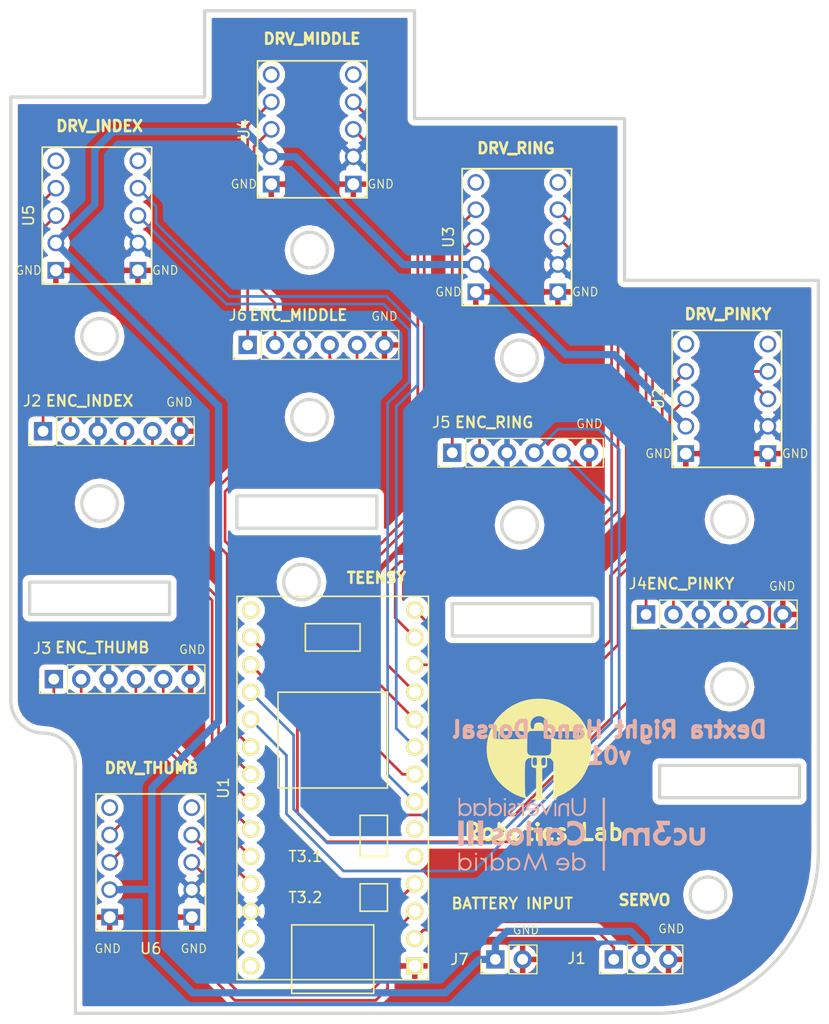
<source format=kicad_pcb>
(kicad_pcb (version 20171130) (host pcbnew "(5.0.2)-1")
  (title_block (title "Dextra Right Hand Dorsal PCB") (date 2019-02-22) (rev v01) (comment 4 "Author: Andrea Gil Ruiz"))
  (layers (0 F.Cu signal) (31 B.Cu signal hide) (34 B.Paste user hide) (35 F.Paste user) (36 B.SilkS user) (37 F.SilkS user) (38 B.Mask user) (39 F.Mask user) (44 Edge.Cuts user))
  (net 0 "")
  (net 1 P0)
  (net 2 Vbat)
  (net 3 GND)
  (net 4 P20)
  (net 5 P21)
  (net 6 +3V3)
  (net 7 M24)
  (net 8 M14)
  (net 9 M15)
  (net 10 M25)
  (net 11 P23)
  (net 12 P22)
  (net 13 M11)
  (net 14 M21)
  (net 15 P15)
  (net 16 P14)
  (net 17 P16)
  (net 18 P17)
  (net 19 M22)
  (net 20 M12)
  (net 21 M13)
  (net 22 M23)
  (net 23 P19)
  (net 24 P18)
  (net 25 "Net-(U1-Pad20)")
  (net 26 P12)
  (net 27 "Net-(U1-Pad32)")
  (net 28 "Net-(U1-Pad33)")
  (net 29 P11)
  (net 30 P10)
  (net 31 P9)
  (net 32 P8)
  (net 33 P7)
  (net 34 P6)
  (net 35 P5)
  (net 36 "Net-(U1-Pad6)")
  (net 37 "Net-(U1-Pad5)")
  (net 38 P2)
  (net 39 P1)
  (net 40 "Net-(U2-Pad6)")
  (net 41 "Net-(U2-Pad5)")
  (net 42 "Net-(U3-Pad5)")
  (net 43 "Net-(U3-Pad6)")
  (net 44 "Net-(U4-Pad5)")
  (net 45 "Net-(U4-Pad6)")
  (net 46 "Net-(U5-Pad6)")
  (net 47 "Net-(U5-Pad5)")
  (net 48 "Net-(U6-Pad6)")
  (net 49 "Net-(U6-Pad5)")
  (module dorsalPCB_Components:Pololu_DRV8838 (layer F.Cu) (at 118.5 63.5 90)
    (fp_text reference U5 (at 0 -6.35 90) (layer F.SilkS))
    (fp_text value DRV_INDEX)
    (fp_text user GND (at -5.08 -6.35 -180) (layer F.SilkS) (effects (font (size 0.8 0.8) (thickness 0.1))))
    (fp_text user GND (at -5.08 6.35 -180) (layer F.SilkS) (effects (font (size 0.8 0.8) (thickness 0.1))))
    (pad 9 thru_hole circle (at -2.54 -3.81 90) (size 1.55 1.55) (drill 1.1) (layers *.Cu *.Mask) (net 2 Vbat))
    (pad 8 thru_hole circle (at 0 -3.81 90) (size 1.55 1.55) (drill 1.1) (layers *.Cu *.Mask) (net 7 M24))
    (pad 7 thru_hole circle (at 2.54 -3.81 90) (size 1.55 1.55) (drill 1.1) (layers *.Cu *.Mask) (net 8 M14))
    (pad 6 thru_hole circle (at 5.08 -3.81 90) (size 1.55 1.55) (drill 1.1) (layers *.Cu *.Mask) (net 46 "Net-(U5-Pad6)"))
    (pad 10 thru_hole rect (at -5.08 -3.81 90) (size 1.55 1.55) (drill 1.1) (layers *.Cu *.Mask) (net 3 GND))
    (pad 5 thru_hole circle (at 5.08 3.81 90) (size 1.55 1.55) (drill 1.1) (layers *.Cu *.Mask) (net 47 "Net-(U5-Pad5)"))
    (pad 4 thru_hole circle (at 2.54 3.81 90) (size 1.55 1.55) (drill 1.1) (layers *.Cu *.Mask) (net 33 P7))
    (pad 3 thru_hole circle (at 0 3.81 90) (size 1.55 1.55) (drill 1.1) (layers *.Cu *.Mask) (net 35 P5))
    (pad 2 thru_hole circle (at -2.54 3.81 90) (size 1.55 1.55) (drill 1.1) (layers *.Cu *.Mask) (net 6 +3V3))
    (pad 1 thru_hole rect (at -5.08 3.81 180) (size 1.55 1.55) (drill 1.1) (layers *.Cu *.Mask) (net 3 GND))
  )
  (module dorsalPCB_Components:Teensy31_32_SidesOnly (layer F.Cu) (at 140.4 116.6 90)
    (fp_text reference U1 (at 0 -10.16 90) (layer F.SilkS))
    (fp_text value Teensy3.1)
    (fp_text user T3.1 (at -6.35 -2.54 180) (layer F.SilkS))
    (fp_text user T3.2 (at -10.16 -2.54 180) (layer F.SilkS))
    (pad 1 thru_hole rect (at -16.51 7.62 90) (size 1.6 1.6) (drill 1.1) (layers *.Cu *.Mask F.SilkS) (net 3 GND))
    (pad 2 thru_hole circle (at -13.97 7.62 90) (size 1.6 1.6) (drill 1.1) (layers *.Cu *.Mask F.SilkS) (net 1 P0))
    (pad 3 thru_hole circle (at -11.43 7.62 90) (size 1.6 1.6) (drill 1.1) (layers *.Cu *.Mask F.SilkS) (net 39 P1))
    (pad 4 thru_hole circle (at -8.89 7.62 90) (size 1.6 1.6) (drill 1.1) (layers *.Cu *.Mask F.SilkS) (net 38 P2))
    (pad 5 thru_hole circle (at -6.35 7.62 90) (size 1.6 1.6) (drill 1.1) (layers *.Cu *.Mask F.SilkS) (net 37 "Net-(U1-Pad5)"))
    (pad 6 thru_hole circle (at -3.81 7.62 90) (size 1.6 1.6) (drill 1.1) (layers *.Cu *.Mask F.SilkS) (net 36 "Net-(U1-Pad6)"))
    (pad 7 thru_hole circle (at -1.27 7.62 90) (size 1.6 1.6) (drill 1.1) (layers *.Cu *.Mask F.SilkS) (net 35 P5))
    (pad 8 thru_hole circle (at 1.27 7.62 90) (size 1.6 1.6) (drill 1.1) (layers *.Cu *.Mask F.SilkS) (net 34 P6))
    (pad 9 thru_hole circle (at 3.81 7.62 90) (size 1.6 1.6) (drill 1.1) (layers *.Cu *.Mask F.SilkS) (net 33 P7))
    (pad 10 thru_hole circle (at 6.35 7.62 90) (size 1.6 1.6) (drill 1.1) (layers *.Cu *.Mask F.SilkS) (net 32 P8))
    (pad 11 thru_hole circle (at 8.89 7.62 90) (size 1.6 1.6) (drill 1.1) (layers *.Cu *.Mask F.SilkS) (net 31 P9))
    (pad 12 thru_hole circle (at 11.43 7.62 90) (size 1.6 1.6) (drill 1.1) (layers *.Cu *.Mask F.SilkS) (net 30 P10))
    (pad 13 thru_hole circle (at 13.97 7.62 90) (size 1.6 1.6) (drill 1.1) (layers *.Cu *.Mask F.SilkS) (net 29 P11))
    (pad 33 thru_hole circle (at -16.51 -7.62 90) (size 1.6 1.6) (drill 1.1) (layers *.Cu *.Mask F.SilkS) (net 28 "Net-(U1-Pad33)"))
    (pad 32 thru_hole circle (at -13.97 -7.62 90) (size 1.6 1.6) (drill 1.1) (layers *.Cu *.Mask F.SilkS) (net 27 "Net-(U1-Pad32)"))
    (pad 31 thru_hole circle (at -11.43 -7.62 90) (size 1.6 1.6) (drill 1.1) (layers *.Cu *.Mask F.SilkS) (net 6 +3V3))
    (pad 30 thru_hole circle (at -8.89 -7.62 90) (size 1.6 1.6) (drill 1.1) (layers *.Cu *.Mask F.SilkS) (net 11 P23))
    (pad 29 thru_hole circle (at -6.35 -7.62 90) (size 1.6 1.6) (drill 1.1) (layers *.Cu *.Mask F.SilkS) (net 12 P22))
    (pad 28 thru_hole circle (at -3.81 -7.62 90) (size 1.6 1.6) (drill 1.1) (layers *.Cu *.Mask F.SilkS) (net 5 P21))
    (pad 27 thru_hole circle (at -1.27 -7.62 90) (size 1.6 1.6) (drill 1.1) (layers *.Cu *.Mask F.SilkS) (net 4 P20))
    (pad 26 thru_hole circle (at 1.27 -7.62 90) (size 1.6 1.6) (drill 1.1) (layers *.Cu *.Mask F.SilkS) (net 23 P19))
    (pad 25 thru_hole circle (at 3.81 -7.62 90) (size 1.6 1.6) (drill 1.1) (layers *.Cu *.Mask F.SilkS) (net 24 P18))
    (pad 24 thru_hole circle (at 6.35 -7.62 90) (size 1.6 1.6) (drill 1.1) (layers *.Cu *.Mask F.SilkS) (net 18 P17))
    (pad 23 thru_hole circle (at 8.89 -7.62 90) (size 1.6 1.6) (drill 1.1) (layers *.Cu *.Mask F.SilkS) (net 17 P16))
    (pad 22 thru_hole circle (at 11.43 -7.62 90) (size 1.6 1.6) (drill 1.1) (layers *.Cu *.Mask F.SilkS) (net 15 P15))
    (pad 21 thru_hole circle (at 13.97 -7.62 90) (size 1.6 1.6) (drill 1.1) (layers *.Cu *.Mask F.SilkS) (net 16 P14))
    (pad 14 thru_hole circle (at 16.51 7.62 90) (size 1.6 1.6) (drill 1.1) (layers *.Cu *.Mask F.SilkS) (net 26 P12))
    (pad 20 thru_hole circle (at 16.51 -7.62 90) (size 1.6 1.6) (drill 1.1) (layers *.Cu *.Mask F.SilkS) (net 25 "Net-(U1-Pad20)"))
  )
  (module Connector_PinHeader_2.54mm:PinHeader_1x03_P2.54mm_Vertical (layer F.Cu) (at 166.5 132.5 90)
    (fp_text reference J1 (at 0.09488 -3.45994 180) (layer F.SilkS))
    (fp_text value Servo)
    (pad 1 thru_hole rect (at 0 0 90) (size 1.7 1.7) (drill 1) (layers *.Cu *.Mask) (net 1 P0))
    (pad 2 thru_hole oval (at 0 2.54 90) (size 1.7 1.7) (drill 1) (layers *.Cu *.Mask) (net 2 Vbat))
    (pad 3 thru_hole oval (at 0 5.08 90) (size 1.7 1.7) (drill 1) (layers *.Cu *.Mask) (net 3 GND))
  )
  (module Connector_PinHeader_2.54mm:PinHeader_1x06_P2.54mm_Vertical (layer F.Cu) (at 113.5 83.5 90)
    (fp_text reference J2 (at 2.80928 -1.01102 180) (layer F.SilkS))
    (fp_text value ENC_INDEX)
    (pad 6 thru_hole oval (at 0 12.7 90) (size 1.7 1.7) (drill 1) (layers *.Cu *.Mask) (net 3 GND))
    (pad 5 thru_hole oval (at 0 10.16 90) (size 1.7 1.7) (drill 1) (layers *.Cu *.Mask) (net 4 P20))
    (pad 4 thru_hole oval (at 0 7.62 90) (size 1.7 1.7) (drill 1) (layers *.Cu *.Mask) (net 5 P21))
    (pad 3 thru_hole oval (at 0 5.08 90) (size 1.7 1.7) (drill 1) (layers *.Cu *.Mask) (net 6 +3V3))
    (pad 2 thru_hole oval (at 0 2.54 90) (size 1.7 1.7) (drill 1) (layers *.Cu *.Mask) (net 7 M24))
    (pad 1 thru_hole rect (at 0 0 90) (size 1.7 1.7) (drill 1) (layers *.Cu *.Mask) (net 8 M14))
  )
  (module Connector_PinHeader_2.54mm:PinHeader_1x06_P2.54mm_Vertical (layer F.Cu) (at 114.5 106.5 90)
    (fp_text reference J3 (at 2.86546 -1.0763 180) (layer F.SilkS))
    (fp_text value ENC_THUMB)
    (pad 1 thru_hole rect (at 0 0 90) (size 1.7 1.7) (drill 1) (layers *.Cu *.Mask) (net 9 M15))
    (pad 2 thru_hole oval (at 0 2.54 90) (size 1.7 1.7) (drill 1) (layers *.Cu *.Mask) (net 10 M25))
    (pad 3 thru_hole oval (at 0 5.08 90) (size 1.7 1.7) (drill 1) (layers *.Cu *.Mask) (net 6 +3V3))
    (pad 4 thru_hole oval (at 0 7.62 90) (size 1.7 1.7) (drill 1) (layers *.Cu *.Mask) (net 11 P23))
    (pad 5 thru_hole oval (at 0 10.16 90) (size 1.7 1.7) (drill 1) (layers *.Cu *.Mask) (net 12 P22))
    (pad 6 thru_hole oval (at 0 12.7 90) (size 1.7 1.7) (drill 1) (layers *.Cu *.Mask) (net 3 GND))
  )
  (module Connector_PinHeader_2.54mm:PinHeader_1x06_P2.54mm_Vertical (layer F.Cu) (at 169.5 100.5 90)
    (fp_text reference J4 (at 2.8497 -0.7678 180) (layer F.SilkS))
    (fp_text value ENC_PINKY)
    (pad 1 thru_hole rect (at 0 0 90) (size 1.7 1.7) (drill 1) (layers *.Cu *.Mask) (net 13 M11))
    (pad 2 thru_hole oval (at 0 2.54 90) (size 1.7 1.7) (drill 1) (layers *.Cu *.Mask) (net 14 M21))
    (pad 3 thru_hole oval (at 0 5.08 90) (size 1.7 1.7) (drill 1) (layers *.Cu *.Mask) (net 6 +3V3))
    (pad 4 thru_hole oval (at 0 7.62 90) (size 1.7 1.7) (drill 1) (layers *.Cu *.Mask) (net 15 P15))
    (pad 5 thru_hole oval (at 0 10.16 90) (size 1.7 1.7) (drill 1) (layers *.Cu *.Mask) (net 16 P14))
    (pad 6 thru_hole oval (at 0 12.7 90) (size 1.7 1.7) (drill 1) (layers *.Cu *.Mask) (net 3 GND))
  )
  (module Connector_PinHeader_2.54mm:PinHeader_1x06_P2.54mm_Vertical (layer F.Cu) (at 151.5 85.5 90)
    (fp_text reference J5 (at 2.81792 -1.01516 180) (layer F.SilkS))
    (fp_text value ENC_RING)
    (pad 6 thru_hole oval (at 0 12.7 90) (size 1.7 1.7) (drill 1) (layers *.Cu *.Mask) (net 3 GND))
    (pad 5 thru_hole oval (at 0 10.16 90) (size 1.7 1.7) (drill 1) (layers *.Cu *.Mask) (net 17 P16))
    (pad 4 thru_hole oval (at 0 7.62 90) (size 1.7 1.7) (drill 1) (layers *.Cu *.Mask) (net 18 P17))
    (pad 3 thru_hole oval (at 0 5.08 90) (size 1.7 1.7) (drill 1) (layers *.Cu *.Mask) (net 6 +3V3))
    (pad 2 thru_hole oval (at 0 2.54 90) (size 1.7 1.7) (drill 1) (layers *.Cu *.Mask) (net 19 M22))
    (pad 1 thru_hole rect (at 0 0 90) (size 1.7 1.7) (drill 1) (layers *.Cu *.Mask) (net 20 M12))
  )
  (module Connector_PinHeader_2.54mm:PinHeader_1x06_P2.54mm_Vertical (layer F.Cu) (at 132.5 75.5 90)
    (fp_text reference J6 (at 2.7671 -0.91276 180) (layer F.SilkS))
    (fp_text value ENC_MIDDLE)
    (pad 1 thru_hole rect (at 0 0 90) (size 1.7 1.7) (drill 1) (layers *.Cu *.Mask) (net 21 M13))
    (pad 2 thru_hole oval (at 0 2.54 90) (size 1.7 1.7) (drill 1) (layers *.Cu *.Mask) (net 22 M23))
    (pad 3 thru_hole oval (at 0 5.08 90) (size 1.7 1.7) (drill 1) (layers *.Cu *.Mask) (net 6 +3V3))
    (pad 4 thru_hole oval (at 0 7.62 90) (size 1.7 1.7) (drill 1) (layers *.Cu *.Mask) (net 23 P19))
    (pad 5 thru_hole oval (at 0 10.16 90) (size 1.7 1.7) (drill 1) (layers *.Cu *.Mask) (net 24 P18))
    (pad 6 thru_hole oval (at 0 12.7 90) (size 1.7 1.7) (drill 1) (layers *.Cu *.Mask) (net 3 GND))
  )
  (module dorsalPCB_Components:Pololu_DRV8838 (layer F.Cu) (at 177 80.5 90)
    (fp_text reference U2 (at 0 -6.35 90) (layer F.SilkS))
    (fp_text value DRV_PINKY)
    (fp_text user GND (at -5.08 -6.35 -180) (layer F.SilkS) (effects (font (size 0.8 0.8) (thickness 0.1))))
    (fp_text user GND (at -5.08 6.35 -180) (layer F.SilkS) (effects (font (size 0.8 0.8) (thickness 0.1))))
    (pad 9 thru_hole circle (at -2.54 -3.81 90) (size 1.55 1.55) (drill 1.1) (layers *.Cu *.Mask) (net 2 Vbat))
    (pad 8 thru_hole circle (at 0 -3.81 90) (size 1.55 1.55) (drill 1.1) (layers *.Cu *.Mask) (net 14 M21))
    (pad 7 thru_hole circle (at 2.54 -3.81 90) (size 1.55 1.55) (drill 1.1) (layers *.Cu *.Mask) (net 13 M11))
    (pad 6 thru_hole circle (at 5.08 -3.81 90) (size 1.55 1.55) (drill 1.1) (layers *.Cu *.Mask) (net 40 "Net-(U2-Pad6)"))
    (pad 10 thru_hole rect (at -5.08 -3.81 90) (size 1.55 1.55) (drill 1.1) (layers *.Cu *.Mask) (net 3 GND))
    (pad 5 thru_hole circle (at 5.08 3.81 90) (size 1.55 1.55) (drill 1.1) (layers *.Cu *.Mask) (net 41 "Net-(U2-Pad5)"))
    (pad 4 thru_hole circle (at 2.54 3.81 90) (size 1.55 1.55) (drill 1.1) (layers *.Cu *.Mask) (net 26 P12))
    (pad 3 thru_hole circle (at 0 3.81 90) (size 1.55 1.55) (drill 1.1) (layers *.Cu *.Mask) (net 30 P10))
    (pad 2 thru_hole circle (at -2.54 3.81 90) (size 1.55 1.55) (drill 1.1) (layers *.Cu *.Mask) (net 6 +3V3))
    (pad 1 thru_hole rect (at -5.08 3.81 180) (size 1.55 1.55) (drill 1.1) (layers *.Cu *.Mask) (net 3 GND))
  )
  (module dorsalPCB_Components:Pololu_DRV8838 (layer F.Cu) (at 157.5 65.5 90)
    (fp_text reference U3 (at 0 -6.35 90) (layer F.SilkS))
    (fp_text value DRV_RING)
    (fp_text user GND (at -5.08 6.35 -180) (layer F.SilkS) (effects (font (size 0.8 0.8) (thickness 0.1))))
    (fp_text user GND (at -5.08 -6.35 -180) (layer F.SilkS) (effects (font (size 0.8 0.8) (thickness 0.1))))
    (pad 1 thru_hole rect (at -5.08 3.81 180) (size 1.55 1.55) (drill 1.1) (layers *.Cu *.Mask) (net 3 GND))
    (pad 2 thru_hole circle (at -2.54 3.81 90) (size 1.55 1.55) (drill 1.1) (layers *.Cu *.Mask) (net 6 +3V3))
    (pad 3 thru_hole circle (at 0 3.81 90) (size 1.55 1.55) (drill 1.1) (layers *.Cu *.Mask) (net 31 P9))
    (pad 4 thru_hole circle (at 2.54 3.81 90) (size 1.55 1.55) (drill 1.1) (layers *.Cu *.Mask) (net 29 P11))
    (pad 5 thru_hole circle (at 5.08 3.81 90) (size 1.55 1.55) (drill 1.1) (layers *.Cu *.Mask) (net 42 "Net-(U3-Pad5)"))
    (pad 10 thru_hole rect (at -5.08 -3.81 90) (size 1.55 1.55) (drill 1.1) (layers *.Cu *.Mask) (net 3 GND))
    (pad 6 thru_hole circle (at 5.08 -3.81 90) (size 1.55 1.55) (drill 1.1) (layers *.Cu *.Mask) (net 43 "Net-(U3-Pad6)"))
    (pad 7 thru_hole circle (at 2.54 -3.81 90) (size 1.55 1.55) (drill 1.1) (layers *.Cu *.Mask) (net 20 M12))
    (pad 8 thru_hole circle (at 0 -3.81 90) (size 1.55 1.55) (drill 1.1) (layers *.Cu *.Mask) (net 19 M22))
    (pad 9 thru_hole circle (at -2.54 -3.81 90) (size 1.55 1.55) (drill 1.1) (layers *.Cu *.Mask) (net 2 Vbat))
  )
  (module dorsalPCB_Components:Pololu_DRV8838 (layer F.Cu) (at 138.5 55.5 90)
    (fp_text reference U4 (at 0 -6.35 90) (layer F.SilkS))
    (fp_text value DRV_MIDDLE)
    (fp_text user GND (at -5.08 6.35 -180) (layer F.SilkS) (effects (font (size 0.8 0.8) (thickness 0.1))))
    (fp_text user GND (at -5.08 -6.35 -180) (layer F.SilkS) (effects (font (size 0.8 0.8) (thickness 0.1))))
    (pad 1 thru_hole rect (at -5.08 3.81 180) (size 1.55 1.55) (drill 1.1) (layers *.Cu *.Mask) (net 3 GND))
    (pad 2 thru_hole circle (at -2.54 3.81 90) (size 1.55 1.55) (drill 1.1) (layers *.Cu *.Mask) (net 6 +3V3))
    (pad 3 thru_hole circle (at 0 3.81 90) (size 1.55 1.55) (drill 1.1) (layers *.Cu *.Mask) (net 34 P6))
    (pad 4 thru_hole circle (at 2.54 3.81 90) (size 1.55 1.55) (drill 1.1) (layers *.Cu *.Mask) (net 32 P8))
    (pad 5 thru_hole circle (at 5.08 3.81 90) (size 1.55 1.55) (drill 1.1) (layers *.Cu *.Mask) (net 44 "Net-(U4-Pad5)"))
    (pad 10 thru_hole rect (at -5.08 -3.81 90) (size 1.55 1.55) (drill 1.1) (layers *.Cu *.Mask) (net 3 GND))
    (pad 6 thru_hole circle (at 5.08 -3.81 90) (size 1.55 1.55) (drill 1.1) (layers *.Cu *.Mask) (net 45 "Net-(U4-Pad6)"))
    (pad 7 thru_hole circle (at 2.54 -3.81 90) (size 1.55 1.55) (drill 1.1) (layers *.Cu *.Mask) (net 21 M13))
    (pad 8 thru_hole circle (at 0 -3.81 90) (size 1.55 1.55) (drill 1.1) (layers *.Cu *.Mask) (net 22 M23))
    (pad 9 thru_hole circle (at -2.54 -3.81 90) (size 1.55 1.55) (drill 1.1) (layers *.Cu *.Mask) (net 2 Vbat))
  )
  (module dorsalPCB_Components:Pololu_DRV8838 (layer F.Cu) (at 123.5 123.5 90)
    (fp_text reference U6 (at -8 0 -180) (layer F.SilkS))
    (fp_text value DRV_THUMB)
    (fp_text user GND (at -8 -4 -180) (layer F.SilkS) (effects (font (size 0.8 0.8) (thickness 0.1))))
    (fp_text user GND (at -8 4 -180) (layer F.SilkS) (effects (font (size 0.8 0.8) (thickness 0.1))))
    (pad 9 thru_hole circle (at -2.54 -3.81 90) (size 1.55 1.55) (drill 1.1) (layers *.Cu *.Mask) (net 2 Vbat))
    (pad 8 thru_hole circle (at 0 -3.81 90) (size 1.55 1.55) (drill 1.1) (layers *.Cu *.Mask) (net 10 M25))
    (pad 7 thru_hole circle (at 2.54 -3.81 90) (size 1.55 1.55) (drill 1.1) (layers *.Cu *.Mask) (net 9 M15))
    (pad 6 thru_hole circle (at 5.08 -3.81 90) (size 1.55 1.55) (drill 1.1) (layers *.Cu *.Mask) (net 48 "Net-(U6-Pad6)"))
    (pad 10 thru_hole rect (at -5.08 -3.81 90) (size 1.55 1.55) (drill 1.1) (layers *.Cu *.Mask) (net 3 GND))
    (pad 5 thru_hole circle (at 5.08 3.81 90) (size 1.55 1.55) (drill 1.1) (layers *.Cu *.Mask) (net 49 "Net-(U6-Pad5)"))
    (pad 4 thru_hole circle (at 2.54 3.81 90) (size 1.55 1.55) (drill 1.1) (layers *.Cu *.Mask) (net 38 P2))
    (pad 3 thru_hole circle (at 0 3.81 90) (size 1.55 1.55) (drill 1.1) (layers *.Cu *.Mask) (net 39 P1))
    (pad 2 thru_hole circle (at -2.54 3.81 90) (size 1.55 1.55) (drill 1.1) (layers *.Cu *.Mask) (net 6 +3V3))
    (pad 1 thru_hole rect (at -5.08 3.81 180) (size 1.55 1.55) (drill 1.1) (layers *.Cu *.Mask) (net 3 GND))
  )
  (module Connector_PinHeader_2.54mm:PinHeader_1x02_P2.54mm_Vertical (layer F.Cu) (at 155.5 132.5 90)
    (fp_text reference J7 (at -0.00164 -3.32098 180) (layer F.SilkS))
    (fp_text value "Batery Input")
    (pad 1 thru_hole rect (at 0 0 90) (size 1.7 1.7) (drill 1) (layers *.Cu *.Mask) (net 2 Vbat))
    (pad 2 thru_hole oval (at 0 2.54 90) (size 1.7 1.7) (drill 1) (layers *.Cu *.Mask) (net 3 GND))
  )
  (module dorsalPCB_Components:robotislablogo (layer F.Cu) (at 159.57042 112.9919)
    (fp_text reference G*** hide)
    (fp_text value LOGO hide)
  )
  (module dorsalPCB_Components:LogoUC3M_7 (layer B.Cu) (at 163.51504 120.91416 180)
    (fp_text reference G*** hide)
    (fp_text value LOGO hide)
  )
  (gr_text "Robotics Lab" (at 159.98698 120.70588) (layer F.SilkS) (effects (font (size 1.5 1.5) (thickness 0.3))))
  (gr_text GND (at 182.1434 97.88652) (layer F.SilkS) (effects (font (size 0.8 0.8) (thickness 0.1))))
  (gr_text GND (at 164.23894 82.80908) (layer F.SilkS) (effects (font (size 0.8 0.8) (thickness 0.1))))
  (gr_text GND (at 145.20672 72.84212) (layer F.SilkS) (effects (font (size 0.8 0.8) (thickness 0.1))))
  (gr_text GND (at 126.1618 80.80502) (layer F.SilkS) (effects (font (size 0.8 0.8) (thickness 0.1))))
  (gr_text GND (at 127.36068 103.75392) (layer F.SilkS) (effects (font (size 0.8 0.8) (thickness 0.1))))
  (gr_text GND (at 171.84624 129.66446) (layer F.SilkS) (effects (font (size 0.8 0.8) (thickness 0.1))))
  (gr_text GND (at 158.3436 129.76098) (layer F.SilkS) (effects (font (size 0.8 0.8) (thickness 0.1))))
  (gr_text "ENC_PINKY\n" (at 173.61916 97.6503) (layer F.SilkS) (effects (font (size 1 1) (thickness 0.2))))
  (gr_text ENC_RING (at 155.38704 82.68208) (layer F.SilkS) (effects (font (size 1 1) (thickness 0.2))))
  (gr_text ENC_MIDDLE (at 137.21842 72.7329) (layer F.SilkS) (effects (font (size 1 1) (thickness 0.2))))
  (gr_text "ENC_THUMB\n" (at 119.00154 103.57104) (layer F.SilkS) (effects (font (size 1 1) (thickness 0.2))))
  (gr_text ENC_INDEX (at 117.81536 80.69072) (layer F.SilkS) (effects (font (size 1 1) (thickness 0.2))))
  (gr_text "BATTERY INPUT" (at 157.06598 127.32004) (layer F.SilkS) (effects (font (size 1 1) (thickness 0.2))))
  (gr_text SERVO (at 169.3545 126.99492) (layer F.SilkS) (effects (font (size 1 1) (thickness 0.25))))
  (gr_text "TEENSY\n" (at 144.45742 97.10928) (layer F.SilkS) (effects (font (size 1 1) (thickness 0.25))))
  (gr_text "DRV_THUMB\n" (at 123.5583 114.74958) (layer F.SilkS) (effects (font (size 1 1) (thickness 0.25))))
  (gr_text "DRV_PINKY\n" (at 177.1015 72.64654) (layer F.SilkS) (effects (font (size 1 1) (thickness 0.25))))
  (gr_text "DRV_RING\n" (at 157.40888 57.25414) (layer F.SilkS) (effects (font (size 1 1) (thickness 0.25))))
  (gr_text "DRV_MIDDLE\n" (at 138.47318 47.09668) (layer F.SilkS) (effects (font (size 1 1) (thickness 0.25))))
  (gr_text "DRV_INDEX\n" (at 118.745 55.19674) (layer F.SilkS) (effects (font (size 1 1) (thickness 0.25))))
  (gr_text "Dextra Right Hand Dorsal\nv01" (at 166.1 112.4) (layer B.SilkS) (effects (font (size 1.5 1.5) (thickness 0.375)) (justify mirror)))
  (gr_line (start 170.75 117.5) (end 170.75 114.5) (layer Edge.Cuts) (width 0.3))
  (gr_line (start 183.75 117.5) (end 170.75 117.5) (layer Edge.Cuts) (width 0.3))
  (gr_line (start 183.75 114.5) (end 183.75 117.5) (layer Edge.Cuts) (width 0.3))
  (gr_line (start 170.75 114.5) (end 183.75 114.5) (layer Edge.Cuts) (width 0.3))
  (gr_line (start 151.5 102.5) (end 151.5 99.5) (layer Edge.Cuts) (width 0.3))
  (gr_line (start 164.5 102.5) (end 151.5 102.5) (layer Edge.Cuts) (width 0.3))
  (gr_line (start 164.5 99.5) (end 164.5 102.5) (layer Edge.Cuts) (width 0.3))
  (gr_line (start 151.5 99.5) (end 164.5 99.5) (layer Edge.Cuts) (width 0.3))
  (gr_line (start 131.5 92.5) (end 131.5 89.5) (layer Edge.Cuts) (width 0.3))
  (gr_line (start 144.5 92.5) (end 131.5 92.5) (layer Edge.Cuts) (width 0.3))
  (gr_line (start 144.5 89.5) (end 144.5 92.5) (layer Edge.Cuts) (width 0.3))
  (gr_line (start 131.5 89.5) (end 144.5 89.5) (layer Edge.Cuts) (width 0.3))
  (gr_line (start 112.25 100.5) (end 112.25 97.5) (layer Edge.Cuts) (width 0.3))
  (gr_line (start 125.25 100.5) (end 112.25 100.5) (layer Edge.Cuts) (width 0.3))
  (gr_line (start 125.25 97.5) (end 125.25 100.5) (layer Edge.Cuts) (width 0.3))
  (gr_line (start 112.25 97.5) (end 125.25 97.5) (layer Edge.Cuts) (width 0.3))
  (gr_circle (center 177.25 107.2) (end 178.9 107.2) (layer Edge.Cuts) (width 0.3))
  (gr_circle (center 157.75 76.7) (end 159.4 76.7) (layer Edge.Cuts) (width 0.3))
  (gr_circle (center 175.25 126.5) (end 176.9 126.5) (layer Edge.Cuts) (width 0.3))
  (gr_circle (center 157.75 92.2) (end 159.4 92.2) (layer Edge.Cuts) (width 0.3))
  (gr_circle (center 137.5 97.5) (end 139.15 97.5) (layer Edge.Cuts) (width 0.3))
  (gr_circle (center 177.25 91.7) (end 178.9 91.7) (layer Edge.Cuts) (width 0.3))
  (gr_circle (center 118.75 90.2) (end 120.4 90.2) (layer Edge.Cuts) (width 0.3))
  (gr_circle (center 138.25 82.2) (end 139.9 82.2) (layer Edge.Cuts) (width 0.3))
  (gr_circle (center 118.75 74.7) (end 120.4 74.7) (layer Edge.Cuts) (width 0.3))
  (gr_circle (center 138.25 66.7) (end 139.9 66.7) (layer Edge.Cuts) (width 0.3))
  (gr_arc (start 113.5 108.5) (end 110.5 108.5) (angle -90) (layer Edge.Cuts) (width 0.3))
  (gr_arc (start 113.5 114.5) (end 116.5 114.5) (angle -90) (layer Edge.Cuts) (width 0.3))
  (gr_arc (start 170.5 122.5) (end 170.5 137.5) (angle -90) (layer Edge.Cuts) (width 0.3))
  (gr_line (start 170.5 137.5) (end 116.5 137.5) (layer Edge.Cuts) (width 0.3))
  (gr_line (start 116.5 114.5) (end 116.5 137.5) (layer Edge.Cuts) (width 0.3))
  (gr_line (start 110.5 52.5) (end 110.5 108.5) (layer Edge.Cuts) (width 0.3))
  (gr_line (start 185.5 69.5) (end 185.5 122.5) (layer Edge.Cuts) (width 0.3))
  (gr_line (start 167.5 69.5) (end 185.5 69.5) (layer Edge.Cuts) (width 0.3))
  (gr_line (start 167.5 54.5) (end 167.5 69.5) (layer Edge.Cuts) (width 0.3))
  (gr_line (start 148 54.5) (end 167.5 54.5) (layer Edge.Cuts) (width 0.3))
  (gr_line (start 148 44.5) (end 148 54.5) (layer Edge.Cuts) (width 0.3))
  (gr_line (start 128.5 44.5) (end 148 44.5) (layer Edge.Cuts) (width 0.3))
  (gr_line (start 128.5 52.5) (end 128.5 44.5) (layer Edge.Cuts) (width 0.3))
  (gr_line (start 110.5 52.5) (end 128.5 52.5) (layer Edge.Cuts) (width 0.3))
  (segment (start 166.5 131.4) (end 166.5 132.5) (width 0.25) (layer F.Cu) (net 1))
  (segment (start 164.870001 129.770001) (end 166.5 131.4) (width 0.25) (layer F.Cu) (net 1))
  (segment (start 148.819999 129.770001) (end 164.870001 129.770001) (width 0.25) (layer F.Cu) (net 1))
  (segment (start 148.02 130.57) (end 148.819999 129.770001) (width 0.25) (layer F.Cu) (net 1))
  (segment (start 153.974 132.5) (end 150.874 135.6) (width 0.676) (layer B.Cu) (net 2))
  (segment (start 155.5 132.5) (end 153.974 132.5) (width 0.676) (layer B.Cu) (net 2))
  (segment (start 150.874 135.6) (end 127.4 135.6) (width 0.676) (layer B.Cu) (net 2))
  (segment (start 127.4 135.6) (end 123.6 131.8) (width 0.676) (layer B.Cu) (net 2))
  (segment (start 120.826015 126) (end 123.6 126) (width 0.676) (layer B.Cu) (net 2))
  (segment (start 120.786015 126.04) (end 120.826015 126) (width 0.676) (layer B.Cu) (net 2))
  (segment (start 119.69 126.04) (end 120.786015 126.04) (width 0.676) (layer B.Cu) (net 2))
  (segment (start 123.6 131.8) (end 123.6 126) (width 0.676) (layer B.Cu) (net 2))
  (segment (start 146.94 68.04) (end 153.69 68.04) (width 0.676) (layer B.Cu) (net 2))
  (segment (start 134.69 58.04) (end 136.94 58.04) (width 0.676) (layer B.Cu) (net 2))
  (segment (start 136.94 58.04) (end 146.94 68.04) (width 0.676) (layer B.Cu) (net 2))
  (segment (start 153.69 68.04) (end 162.05 76.4) (width 0.676) (layer B.Cu) (net 2))
  (segment (start 172.415001 82.265001) (end 173.19 83.04) (width 0.676) (layer B.Cu) (net 2))
  (segment (start 166.55 76.4) (end 172.415001 82.265001) (width 0.676) (layer B.Cu) (net 2))
  (segment (start 162.05 76.4) (end 166.55 76.4) (width 0.676) (layer B.Cu) (net 2))
  (segment (start 129.8 110.4) (end 129.8 106.8) (width 0.676) (layer B.Cu) (net 2))
  (segment (start 124 116.2) (end 129.8 110.4) (width 0.676) (layer B.Cu) (net 2))
  (segment (start 129.8 107.7) (end 129.8 106.8) (width 0.676) (layer B.Cu) (net 2))
  (segment (start 124 116.2) (end 123.6 116.6) (width 0.676) (layer B.Cu) (net 2))
  (segment (start 123.6 126) (end 123.6 116.6) (width 0.676) (layer B.Cu) (net 2))
  (segment (start 169.04 130.84) (end 169.04 132.5) (width 0.676) (layer B.Cu) (net 2))
  (segment (start 168.1 129.9) (end 169.04 130.84) (width 0.676) (layer B.Cu) (net 2))
  (segment (start 156.574 129.9) (end 168.1 129.9) (width 0.676) (layer B.Cu) (net 2))
  (segment (start 155.5 132.5) (end 155.5 130.974) (width 0.676) (layer B.Cu) (net 2))
  (segment (start 155.5 130.974) (end 156.574 129.9) (width 0.676) (layer B.Cu) (net 2))
  (segment (start 118.3 57.4) (end 120 55.7) (width 0.676) (layer B.Cu) (net 2))
  (segment (start 120 55.7) (end 132.35 55.7) (width 0.676) (layer B.Cu) (net 2))
  (segment (start 132.35 55.7) (end 134.69 58.04) (width 0.676) (layer B.Cu) (net 2))
  (segment (start 116.8109 68.1609) (end 114.69 66.04) (width 0.676) (layer B.Cu) (net 2))
  (segment (start 116.8109 68.1609) (end 116.8109 68.18006) (width 0.676) (layer B.Cu) (net 2))
  (segment (start 116.8109 68.18006) (end 125.64618 77.01534) (width 0.676) (layer B.Cu) (net 2))
  (segment (start 125.64618 77.01534) (end 125.64618 77.03566) (width 0.676) (layer B.Cu) (net 2))
  (segment (start 129.75082 81.1403) (end 129.8 81.1403) (width 0.676) (layer B.Cu) (net 2))
  (segment (start 125.64618 77.03566) (end 129.75082 81.1403) (width 0.676) (layer B.Cu) (net 2))
  (segment (start 129.8 106.8) (end 129.8 81.1403) (width 0.676) (layer B.Cu) (net 2))
  (segment (start 116.057001 64.672999) (end 116.075941 64.672999) (width 0.676) (layer B.Cu) (net 2))
  (segment (start 114.69 66.04) (end 116.057001 64.672999) (width 0.676) (layer B.Cu) (net 2))
  (segment (start 118.3 62.44894) (end 118.3 57.4) (width 0.676) (layer B.Cu) (net 2))
  (segment (start 116.075941 64.672999) (end 118.3 62.44894) (width 0.676) (layer B.Cu) (net 2))
  (segment (start 123.66 91.86) (end 123.66 83.5) (width 0.25) (layer F.Cu) (net 4))
  (segment (start 123.66 92.86) (end 123.66 91.86) (width 0.25) (layer F.Cu) (net 4))
  (segment (start 129.8 99) (end 123.66 92.86) (width 0.25) (layer F.Cu) (net 4))
  (segment (start 132.78 117.87) (end 129.8 114.89) (width 0.25) (layer F.Cu) (net 4))
  (segment (start 129.8 114.89) (end 129.8 99) (width 0.25) (layer F.Cu) (net 4))
  (segment (start 129.2 115.2) (end 129.2 99.2) (width 0.25) (layer F.Cu) (net 5))
  (segment (start 130.8 116.8) (end 129.2 115.2) (width 0.25) (layer F.Cu) (net 5))
  (segment (start 132.78 120.41) (end 130.8 118.43) (width 0.25) (layer F.Cu) (net 5))
  (segment (start 130.8 118.43) (end 130.8 116.8) (width 0.25) (layer F.Cu) (net 5))
  (segment (start 121.12 84.702081) (end 121.1 84.722081) (width 0.25) (layer F.Cu) (net 5))
  (segment (start 121.12 83.5) (end 121.12 84.702081) (width 0.25) (layer F.Cu) (net 5))
  (segment (start 121.1 84.722081) (end 121.1 86) (width 0.25) (layer F.Cu) (net 5))
  (segment (start 123 87.9) (end 123 93) (width 0.25) (layer F.Cu) (net 5))
  (segment (start 121.1 86) (end 123 87.9) (width 0.25) (layer F.Cu) (net 5))
  (segment (start 129.2 99.2) (end 123 93) (width 0.25) (layer F.Cu) (net 5))
  (segment (start 116.04 77.04) (end 116.04 83.5) (width 0.25) (layer F.Cu) (net 7))
  (segment (start 113 74) (end 116.04 77.04) (width 0.25) (layer F.Cu) (net 7))
  (segment (start 114.69 63.5) (end 113 65.19) (width 0.25) (layer F.Cu) (net 7))
  (segment (start 113 65.19) (end 113 74) (width 0.25) (layer F.Cu) (net 7))
  (segment (start 113.5 83.5) (end 113.5 83.1) (width 0.25) (layer F.Cu) (net 8))
  (segment (start 113.5 83.5) (end 113.5 76) (width 0.25) (layer F.Cu) (net 8))
  (segment (start 112.5 63.15) (end 114.69 60.96) (width 0.25) (layer F.Cu) (net 8))
  (segment (start 113.5 76) (end 112.5 75) (width 0.25) (layer F.Cu) (net 8))
  (segment (start 112.1 63.55) (end 112.5 63.15) (width 0.254) (layer F.Cu) (net 8))
  (segment (start 112.5 75) (end 112.1 74.6) (width 0.254) (layer F.Cu) (net 8))
  (segment (start 112.1 74.6) (end 112.1 63.55) (width 0.254) (layer F.Cu) (net 8))
  (segment (start 121.2 119.45) (end 119.69 120.96) (width 0.25) (layer F.Cu) (net 9))
  (segment (start 121.2 115.5) (end 121.2 119.45) (width 0.25) (layer F.Cu) (net 9))
  (segment (start 114.5 106.5) (end 114.5 108.8) (width 0.25) (layer F.Cu) (net 9))
  (segment (start 114.5 108.8) (end 121.2 115.5) (width 0.25) (layer F.Cu) (net 9))
  (segment (start 121.9 121.29) (end 121.19 122) (width 0.25) (layer F.Cu) (net 10))
  (segment (start 121.9 115) (end 121.9 121.29) (width 0.25) (layer F.Cu) (net 10))
  (segment (start 117.04 110.14) (end 121.9 115) (width 0.25) (layer F.Cu) (net 10))
  (segment (start 117.04 106.5) (end 117.04 110.14) (width 0.25) (layer F.Cu) (net 10))
  (segment (start 119.69 123.5) (end 121.19 122) (width 0.25) (layer F.Cu) (net 10))
  (segment (start 121.19 122) (end 121.3 121.89) (width 0.25) (layer F.Cu) (net 10))
  (segment (start 122.12 106.5) (end 122.12 110.12) (width 0.25) (layer F.Cu) (net 11))
  (segment (start 122.12 110.12) (end 128.6 116.6) (width 0.25) (layer F.Cu) (net 11))
  (segment (start 132.78 125.49) (end 130.5 123.21) (width 0.25) (layer F.Cu) (net 11))
  (segment (start 130.5 121.7) (end 128.6 119.8) (width 0.25) (layer F.Cu) (net 11))
  (segment (start 130.5 123.21) (end 130.5 121.7) (width 0.25) (layer F.Cu) (net 11))
  (segment (start 128.6 116.6) (end 128.6 119.8) (width 0.25) (layer F.Cu) (net 11))
  (segment (start 129.2 119.37) (end 132.78 122.95) (width 0.25) (layer F.Cu) (net 12))
  (segment (start 129.2 116.4) (end 129.2 119.37) (width 0.25) (layer F.Cu) (net 12))
  (segment (start 124.66 111.86) (end 129.2 116.4) (width 0.25) (layer F.Cu) (net 12))
  (segment (start 124.66 111.5) (end 124.66 111.86) (width 0.25) (layer F.Cu) (net 12))
  (segment (start 124.66 106.5) (end 124.66 111.5) (width 0.25) (layer F.Cu) (net 12))
  (segment (start 169.5 98.9) (end 169.5 100.5) (width 0.25) (layer F.Cu) (net 13))
  (segment (start 171 97.4) (end 169.5 98.9) (width 0.25) (layer F.Cu) (net 13))
  (segment (start 173.19 77.96) (end 171 80.15) (width 0.25) (layer F.Cu) (net 13))
  (segment (start 171 80.15) (end 171 97.4) (width 0.25) (layer F.Cu) (net 13))
  (segment (start 172.04 97.84) (end 172.04 100.5) (width 0.25) (layer F.Cu) (net 14))
  (segment (start 171.7 97.5) (end 172.04 97.84) (width 0.25) (layer F.Cu) (net 14))
  (segment (start 173.19 80.5) (end 171.7 81.99) (width 0.25) (layer F.Cu) (net 14))
  (segment (start 171.7 81.99) (end 171.7 97.5) (width 0.25) (layer F.Cu) (net 14))
  (segment (start 177.673 98.58248) (end 177.12 99.13548) (width 0.254) (layer F.Cu) (net 15))
  (segment (start 180.406738 98.58248) (end 177.673 98.58248) (width 0.254) (layer F.Cu) (net 15))
  (segment (start 180.968999 99.144741) (end 180.406738 98.58248) (width 0.254) (layer F.Cu) (net 15))
  (segment (start 180.968999 103.356061) (end 180.968999 99.144741) (width 0.254) (layer F.Cu) (net 15))
  (segment (start 180.10632 104.21874) (end 180.968999 103.356061) (width 0.254) (layer F.Cu) (net 15))
  (segment (start 157.3911 121.5898) (end 174.76216 104.21874) (width 0.254) (layer F.Cu) (net 15))
  (segment (start 155.025021 121.591001) (end 155.026222 121.5898) (width 0.254) (layer F.Cu) (net 15))
  (segment (start 132.78 105.17) (end 136.3345 108.7245) (width 0.254) (layer F.Cu) (net 15))
  (segment (start 136.3345 108.7374) (end 137.11682 109.51972) (width 0.254) (layer F.Cu) (net 15))
  (segment (start 177.12 99.13548) (end 177.12 100.5) (width 0.254) (layer F.Cu) (net 15))
  (segment (start 155.026222 121.5898) (end 157.3911 121.5898) (width 0.254) (layer F.Cu) (net 15))
  (segment (start 137.11682 109.51972) (end 137.11682 118.87454) (width 0.254) (layer F.Cu) (net 15))
  (segment (start 174.76216 104.21874) (end 180.10632 104.21874) (width 0.254) (layer F.Cu) (net 15))
  (segment (start 137.11682 118.87454) (end 139.833281 121.591001) (width 0.254) (layer F.Cu) (net 15))
  (segment (start 136.3345 108.7245) (end 136.3345 108.7374) (width 0.254) (layer F.Cu) (net 15))
  (segment (start 139.833281 121.591001) (end 155.025021 121.591001) (width 0.254) (layer F.Cu) (net 15))
  (segment (start 177.26 102.9) (end 179.66 100.5) (width 0.25) (layer F.Cu) (net 16))
  (segment (start 132.78 102.63) (end 138.2 108.05) (width 0.25) (layer F.Cu) (net 16))
  (segment (start 138.2 108.05) (end 138.2 117.3) (width 0.25) (layer F.Cu) (net 16))
  (segment (start 138.2 117.3) (end 140 119.1) (width 0.25) (layer F.Cu) (net 16))
  (segment (start 140 119.1) (end 157.3 119.1) (width 0.25) (layer F.Cu) (net 16))
  (segment (start 157.3 119.1) (end 173.5 102.9) (width 0.25) (layer F.Cu) (net 16))
  (segment (start 173.5 102.9) (end 177.26 102.9) (width 0.25) (layer F.Cu) (net 16))
  (segment (start 165 88.84) (end 161.66 85.5) (width 0.25) (layer B.Cu) (net 17))
  (segment (start 165.5 89.34) (end 165 88.84) (width 0.25) (layer B.Cu) (net 17))
  (segment (start 155.1 121.7) (end 152.5 121.7) (width 0.25) (layer B.Cu) (net 17))
  (segment (start 152.5 121.7) (end 152.8 121.7) (width 0.25) (layer B.Cu) (net 17))
  (segment (start 165 88.84) (end 165.04 88.84) (width 0.25) (layer B.Cu) (net 17))
  (segment (start 165.04 88.84) (end 166.3 90.1) (width 0.25) (layer B.Cu) (net 17))
  (segment (start 166.3 90.1) (end 166.3 110.5) (width 0.25) (layer B.Cu) (net 17))
  (segment (start 166.3 110.5) (end 155.1 121.7) (width 0.25) (layer B.Cu) (net 17))
  (segment (start 136.77 118.57) (end 136.77 111.7) (width 0.25) (layer B.Cu) (net 17))
  (segment (start 139.9 121.7) (end 136.77 118.57) (width 0.25) (layer B.Cu) (net 17))
  (segment (start 152.5 121.7) (end 139.9 121.7) (width 0.25) (layer B.Cu) (net 17))
  (segment (start 132.78 107.71) (end 136.77 111.7) (width 0.25) (layer B.Cu) (net 17))
  (segment (start 136.1 113.57) (end 136.1 119) (width 0.25) (layer B.Cu) (net 18))
  (segment (start 132.78 110.25) (end 136.1 113.57) (width 0.25) (layer B.Cu) (net 18))
  (segment (start 136.1 119) (end 141.4 124.3) (width 0.25) (layer B.Cu) (net 18))
  (segment (start 153.5 124.3) (end 167 110.8) (width 0.25) (layer B.Cu) (net 18))
  (segment (start 165.1 83.3) (end 167 85.2) (width 0.25) (layer B.Cu) (net 18))
  (segment (start 161.32 83.3) (end 165.1 83.3) (width 0.25) (layer B.Cu) (net 18))
  (segment (start 159.12 85.5) (end 161.32 83.3) (width 0.25) (layer B.Cu) (net 18))
  (segment (start 167 110.8) (end 167 85.2) (width 0.25) (layer B.Cu) (net 18))
  (segment (start 153.5 124.3) (end 141.4 124.3) (width 0.25) (layer B.Cu) (net 18))
  (segment (start 154.04 82.14) (end 154.04 85.5) (width 0.25) (layer F.Cu) (net 19))
  (segment (start 152.2 80.3) (end 154.04 82.14) (width 0.25) (layer F.Cu) (net 19))
  (segment (start 153.69 65.5) (end 152.2 66.99) (width 0.25) (layer F.Cu) (net 19))
  (segment (start 152.2 66.99) (end 152.2 80.3) (width 0.25) (layer F.Cu) (net 19))
  (segment (start 151.5 65.15) (end 151.5 85.5) (width 0.25) (layer F.Cu) (net 20))
  (segment (start 153.69 62.96) (end 151.5 65.15) (width 0.25) (layer F.Cu) (net 20))
  (segment (start 132.5 55.15) (end 132.5 75.5) (width 0.25) (layer F.Cu) (net 21))
  (segment (start 134.69 52.96) (end 132.5 55.15) (width 0.25) (layer F.Cu) (net 21))
  (segment (start 135.04 71.64) (end 135.04 75.5) (width 0.25) (layer F.Cu) (net 22))
  (segment (start 133.1 69.7) (end 135.04 71.64) (width 0.25) (layer F.Cu) (net 22))
  (segment (start 134.69 55.5) (end 133.1 57.09) (width 0.25) (layer F.Cu) (net 22))
  (segment (start 133.1 57.09) (end 133.1 69.7) (width 0.25) (layer F.Cu) (net 22))
  (segment (start 130.95 113.5) (end 130.74999 113.29999) (width 0.25) (layer F.Cu) (net 23))
  (segment (start 132.78 115.33) (end 130.95 113.5) (width 0.25) (layer F.Cu) (net 23))
  (segment (start 140.12 76.702081) (end 140.12 75.5) (width 0.25) (layer F.Cu) (net 23))
  (segment (start 142 78.582081) (end 140.12 76.702081) (width 0.25) (layer F.Cu) (net 23))
  (segment (start 141.3 86.9) (end 142 86.2) (width 0.25) (layer F.Cu) (net 23))
  (segment (start 130.95 113.5) (end 130.6 113.15) (width 0.25) (layer F.Cu) (net 23))
  (segment (start 130.6 113.15) (end 130.6 94.93641) (width 0.25) (layer F.Cu) (net 23))
  (segment (start 129.6 93.93641) (end 129.6 88.86359) (width 0.25) (layer F.Cu) (net 23))
  (segment (start 142 86.2) (end 142 78.582081) (width 0.25) (layer F.Cu) (net 23))
  (segment (start 130.6 94.93641) (end 129.6 93.93641) (width 0.25) (layer F.Cu) (net 23))
  (segment (start 129.6 88.86359) (end 131.56359 86.9) (width 0.25) (layer F.Cu) (net 23))
  (segment (start 131.56359 86.9) (end 141.3 86.9) (width 0.25) (layer F.Cu) (net 23))
  (segment (start 142.66 86.74) (end 142.66 75.5) (width 0.25) (layer F.Cu) (net 24))
  (segment (start 141.7 87.7) (end 142.66 86.74) (width 0.25) (layer F.Cu) (net 24))
  (segment (start 131.8 87.7) (end 141.7 87.7) (width 0.25) (layer F.Cu) (net 24))
  (segment (start 130.4 89.1) (end 131.8 87.7) (width 0.25) (layer F.Cu) (net 24))
  (segment (start 131.49 111.5) (end 131.49 111.49) (width 0.25) (layer F.Cu) (net 24))
  (segment (start 132.78 112.79) (end 131.49 111.5) (width 0.25) (layer F.Cu) (net 24))
  (segment (start 131.3 111.3) (end 131.3 94.6) (width 0.25) (layer F.Cu) (net 24))
  (segment (start 131.3 94.6) (end 130.4 93.7) (width 0.25) (layer F.Cu) (net 24))
  (segment (start 131.49 111.49) (end 131.3 111.3) (width 0.25) (layer F.Cu) (net 24))
  (segment (start 130.4 93.7) (end 130.4 89.1) (width 0.25) (layer F.Cu) (net 24))
  (segment (start 179.26 77.96) (end 180.81 77.96) (width 0.25) (layer F.Cu) (net 26))
  (segment (start 174.6 73.3) (end 179.26 77.96) (width 0.25) (layer F.Cu) (net 26))
  (segment (start 171.5 73.3) (end 174.6 73.3) (width 0.25) (layer F.Cu) (net 26))
  (segment (start 169.5 93.6) (end 169.5 75.3) (width 0.25) (layer F.Cu) (net 26))
  (segment (start 166.2 96.9) (end 169.5 93.6) (width 0.25) (layer F.Cu) (net 26))
  (segment (start 148.02 100.09) (end 150 102.07) (width 0.25) (layer F.Cu) (net 26))
  (segment (start 150 102.07) (end 150 103.3) (width 0.25) (layer F.Cu) (net 26))
  (segment (start 150 103.3) (end 151.2 104.5) (width 0.25) (layer F.Cu) (net 26))
  (segment (start 169.5 75.3) (end 171.5 73.3) (width 0.25) (layer F.Cu) (net 26))
  (segment (start 151.2 104.5) (end 164.6 104.5) (width 0.25) (layer F.Cu) (net 26))
  (segment (start 164.6 104.5) (end 166.2 102.9) (width 0.25) (layer F.Cu) (net 26))
  (segment (start 166.2 102.9) (end 166.2 96.9) (width 0.25) (layer F.Cu) (net 26))
  (segment (start 146.2 100.81) (end 148.02 102.63) (width 0.25) (layer F.Cu) (net 29))
  (segment (start 146.2 97.2) (end 146.2 100.81) (width 0.25) (layer F.Cu) (net 29))
  (segment (start 147.1 96.3) (end 146.2 97.2) (width 0.25) (layer F.Cu) (net 29))
  (segment (start 164.5 71.7) (end 166.9 74.1) (width 0.25) (layer F.Cu) (net 29))
  (segment (start 164.5 66.15) (end 164.5 71.7) (width 0.25) (layer F.Cu) (net 29))
  (segment (start 166.9 74.1) (end 166.9 90.9) (width 0.25) (layer F.Cu) (net 29))
  (segment (start 161.31 62.96) (end 164.5 66.15) (width 0.25) (layer F.Cu) (net 29))
  (segment (start 166.9 90.9) (end 161.5 96.3) (width 0.25) (layer F.Cu) (net 29))
  (segment (start 161.5 96.3) (end 147.1 96.3) (width 0.25) (layer F.Cu) (net 29))
  (segment (start 148.02 105.17) (end 165.03 105.17) (width 0.25) (layer F.Cu) (net 30))
  (segment (start 165.03 105.17) (end 166.9 103.3) (width 0.25) (layer F.Cu) (net 30))
  (segment (start 166.9 103.3) (end 166.9 97.1) (width 0.25) (layer F.Cu) (net 30))
  (segment (start 175.9 75.59) (end 180.81 80.5) (width 0.25) (layer F.Cu) (net 30))
  (segment (start 166.9 97.1) (end 170.1 93.9) (width 0.25) (layer F.Cu) (net 30))
  (segment (start 170.1 93.9) (end 170.1 75.6) (width 0.25) (layer F.Cu) (net 30))
  (segment (start 170.1 75.6) (end 171.8 73.9) (width 0.25) (layer F.Cu) (net 30))
  (segment (start 175.89 75.59) (end 174.2 73.9) (width 0.25) (layer F.Cu) (net 30))
  (segment (start 175.9 75.59) (end 175.89 75.59) (width 0.25) (layer F.Cu) (net 30))
  (segment (start 171.8 73.9) (end 174.2 73.9) (width 0.25) (layer F.Cu) (net 30))
  (segment (start 145.5 105.19) (end 145.51 105.2) (width 0.25) (layer F.Cu) (net 31))
  (segment (start 145.5 96.8) (end 145.5 105.19) (width 0.25) (layer F.Cu) (net 31))
  (segment (start 146.7 95.6) (end 145.5 96.8) (width 0.25) (layer F.Cu) (net 31))
  (segment (start 163.9 68.09) (end 163.9 72.1) (width 0.25) (layer F.Cu) (net 31))
  (segment (start 161.31 65.5) (end 163.9 68.09) (width 0.25) (layer F.Cu) (net 31))
  (segment (start 163.9 72.1) (end 166.3 74.5) (width 0.25) (layer F.Cu) (net 31))
  (segment (start 145.51 105.2) (end 148.02 107.71) (width 0.25) (layer F.Cu) (net 31))
  (segment (start 166.3 74.5) (end 166.3 90.5) (width 0.25) (layer F.Cu) (net 31))
  (segment (start 166.3 90.5) (end 161.2 95.6) (width 0.25) (layer F.Cu) (net 31))
  (segment (start 161.2 95.6) (end 146.7 95.6) (width 0.25) (layer F.Cu) (net 31))
  (segment (start 145.45 60.05) (end 145.45 56.1) (width 0.25) (layer F.Cu) (net 32))
  (segment (start 142.31 52.96) (end 145.45 56.1) (width 0.25) (layer F.Cu) (net 32))
  (segment (start 148.02 110.25) (end 144 106.23) (width 0.25) (layer F.Cu) (net 32))
  (segment (start 144 106.23) (end 144 95.8) (width 0.25) (layer F.Cu) (net 32))
  (segment (start 144 95.8) (end 148.9 90.9) (width 0.25) (layer F.Cu) (net 32))
  (segment (start 148.9 63.5) (end 145.45 60.05) (width 0.25) (layer F.Cu) (net 32))
  (segment (start 148.9 90.9) (end 148.9 63.5) (width 0.25) (layer F.Cu) (net 32))
  (segment (start 124 62.65) (end 122.31 60.96) (width 0.25) (layer B.Cu) (net 33))
  (segment (start 124 64.2) (end 124 62.65) (width 0.25) (layer B.Cu) (net 33))
  (segment (start 130.8 71) (end 124 64.2) (width 0.25) (layer B.Cu) (net 33))
  (segment (start 148.02 112.79) (end 146.3 111.07) (width 0.25) (layer B.Cu) (net 33))
  (segment (start 146.3 81.2) (end 148.3 79.2) (width 0.25) (layer B.Cu) (net 33))
  (segment (start 148.3 79.2) (end 148.3 73.9) (width 0.25) (layer B.Cu) (net 33))
  (segment (start 148.3 73.9) (end 145.4 71) (width 0.25) (layer B.Cu) (net 33))
  (segment (start 146.3 111.07) (end 146.3 81.2) (width 0.25) (layer B.Cu) (net 33))
  (segment (start 145.4 71) (end 130.8 71) (width 0.25) (layer B.Cu) (net 33))
  (segment (start 148.02 115.33) (end 146.88863 115.33) (width 0.25) (layer F.Cu) (net 34))
  (segment (start 142.31 55.5) (end 144.9 58.09) (width 0.25) (layer F.Cu) (net 34))
  (segment (start 144.9 58.09) (end 144.9 60.5) (width 0.25) (layer F.Cu) (net 34))
  (segment (start 144.9 60.5) (end 148.3 63.9) (width 0.25) (layer F.Cu) (net 34))
  (segment (start 148.3 63.9) (end 148.3 90.5) (width 0.25) (layer F.Cu) (net 34))
  (segment (start 143.3 111.74137) (end 143.35863 111.8) (width 0.25) (layer F.Cu) (net 34))
  (segment (start 143.3 95.5) (end 143.3 111.74137) (width 0.25) (layer F.Cu) (net 34))
  (segment (start 146.88863 115.33) (end 143.35863 111.8) (width 0.25) (layer F.Cu) (net 34))
  (segment (start 148.3 90.5) (end 143.3 95.5) (width 0.25) (layer F.Cu) (net 34))
  (segment (start 130.51 71.7) (end 122.31 63.5) (width 0.25) (layer B.Cu) (net 35))
  (segment (start 145.5 115.35) (end 145.5 80.9) (width 0.25) (layer B.Cu) (net 35))
  (segment (start 148.02 117.87) (end 145.5 115.35) (width 0.25) (layer B.Cu) (net 35))
  (segment (start 145.5 80.9) (end 147.5 78.9) (width 0.25) (layer B.Cu) (net 35))
  (segment (start 147.5 78.9) (end 147.5 74.1) (width 0.25) (layer B.Cu) (net 35))
  (segment (start 147.5 74.1) (end 145.1 71.7) (width 0.25) (layer B.Cu) (net 35))
  (segment (start 145.1 71.7) (end 130.51 71.7) (width 0.25) (layer B.Cu) (net 35))
  (segment (start 144.9 128.61) (end 148.02 125.49) (width 0.25) (layer F.Cu) (net 38))
  (segment (start 129.5 123.15) (end 129.5 133.4) (width 0.25) (layer F.Cu) (net 38))
  (segment (start 127.31 120.96) (end 129.5 123.15) (width 0.25) (layer F.Cu) (net 38))
  (segment (start 129.5 133.4) (end 131.5 135.4) (width 0.25) (layer F.Cu) (net 38))
  (segment (start 131.5 135.4) (end 144 135.4) (width 0.25) (layer F.Cu) (net 38))
  (segment (start 144 135.4) (end 144.9 134.5) (width 0.25) (layer F.Cu) (net 38))
  (segment (start 144.9 134.5) (end 144.9 128.61) (width 0.25) (layer F.Cu) (net 38))
  (segment (start 148.02 128.03) (end 145.5 130.55) (width 0.25) (layer F.Cu) (net 39))
  (segment (start 145.5 130.55) (end 145.5 134.63641) (width 0.25) (layer F.Cu) (net 39))
  (segment (start 130.8 135.8) (end 130.5 135.5) (width 0.25) (layer F.Cu) (net 39))
  (segment (start 128.9 133.9) (end 130.5 135.5) (width 0.25) (layer F.Cu) (net 39))
  (segment (start 127.31 123.5) (end 128.9 125.09) (width 0.25) (layer F.Cu) (net 39))
  (segment (start 128.9 125.09) (end 128.9 133.9) (width 0.25) (layer F.Cu) (net 39))
  (segment (start 145.5 135.2) (end 145.5 134.63641) (width 0.254) (layer F.Cu) (net 39))
  (segment (start 144.4 136.3) (end 145.5 135.2) (width 0.254) (layer F.Cu) (net 39))
  (segment (start 130.8 135.8) (end 131.3 136.3) (width 0.254) (layer F.Cu) (net 39))
  (segment (start 131.3 136.3) (end 144.4 136.3) (width 0.254) (layer F.Cu) (net 39))
  (zone (net 3) (net_name GND) (layer F.Cu) (connect_pads (clearance 0.508)) (min_thickness 0.254) (fill yes (arc_segments 16) (thermal_gap 0.508) (thermal_bridge_width 0.508))
    (polygon (pts (xy 109.5 43.5) (xy 109.5 112.5) (xy 115.5 116.5) (xy 115.5 138.5) (xy 178.5 138.5) (xy 186.5 127.5) (xy 186 69) (xy 168 69) (xy 168 43.75)))
  )
  (zone (net 6) (net_name +3V3) (layer B.Cu) (connect_pads (clearance 0.508)) (min_thickness 0.254) (fill yes (arc_segments 16) (thermal_gap 0.508) (thermal_bridge_width 0.508))
    (polygon (pts (xy 109.5 43.5) (xy 109.5 112.5) (xy 115.5 116.5) (xy 115.5 138.5) (xy 178.5 138.5) (xy 186.5 127.5) (xy 186 69) (xy 168 69) (xy 168 43.75)))
  )
)
</source>
